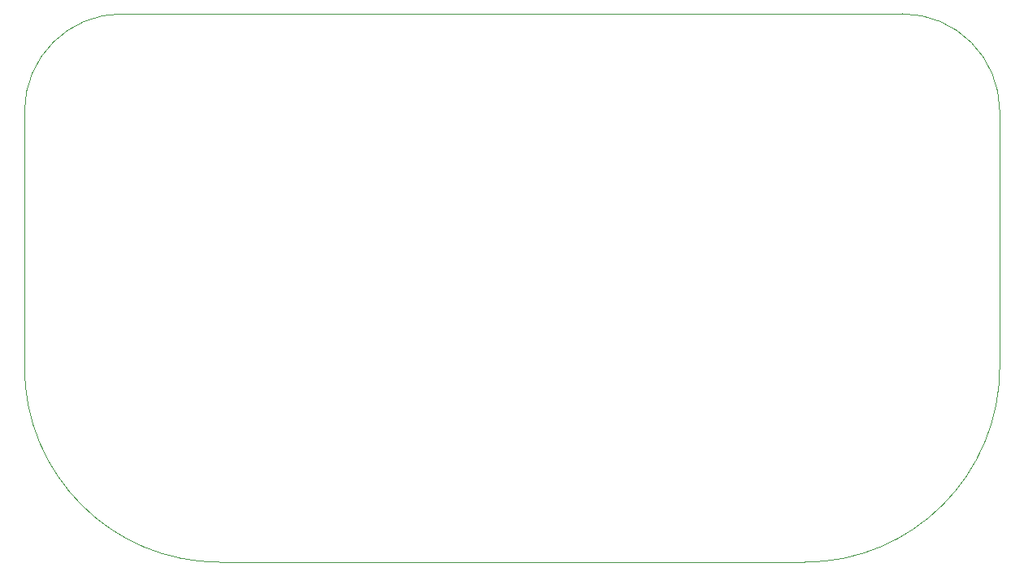
<source format=gbr>
%TF.GenerationSoftware,Altium Limited,Altium Designer,23.8.1 (32)*%
G04 Layer_Color=0*
%FSLAX26Y26*%
%MOIN*%
%TF.SameCoordinates,3D9DC474-E985-4460-AF93-8E70B63C00C8*%
%TF.FilePolarity,Positive*%
%TF.FileFunction,Profile,NP*%
%TF.Part,Single*%
G01*
G75*
%TA.AperFunction,Profile*%
%ADD114C,0.001000*%
D114*
X-2000000Y-325000D02*
Y725000D01*
D02*
G02*
X-1600000Y1125000I400000J0D01*
G01*
X1600000D01*
D02*
G02*
X2000000Y725000I0J-400000D01*
G01*
Y-325000D01*
D02*
G02*
X1200000Y-1125000I-800000J0D01*
G01*
X-1200000D01*
D02*
G02*
X-2000000Y-325000I0J800000D01*
G01*
%TF.MD5,1e0c48c4208d89ec358d1e5707124ad8*%
M02*

</source>
